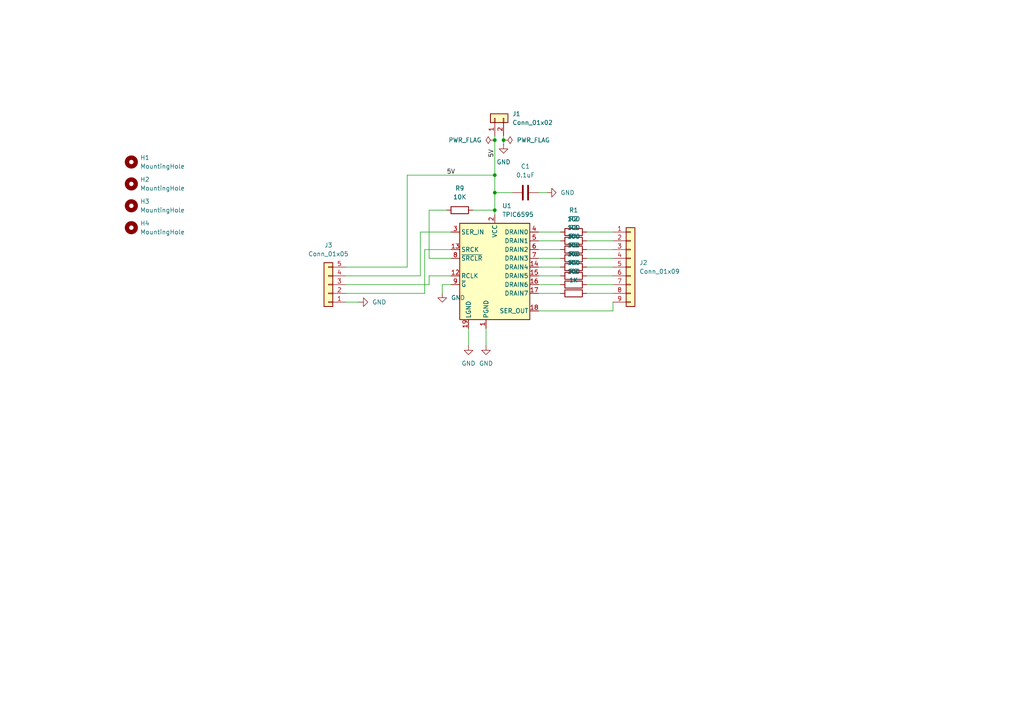
<source format=kicad_sch>
(kicad_sch
	(version 20250114)
	(generator "eeschema")
	(generator_version "9.0")
	(uuid "bb40c1bb-379b-434f-ac8f-a97e920c5ca9")
	(paper "A4")
	(title_block
		(title "TPIC Board")
		(company "Greg")
	)
	(lib_symbols
		(symbol "Connector_Generic:Conn_01x02"
			(pin_names
				(offset 1.016)
				(hide yes)
			)
			(exclude_from_sim no)
			(in_bom yes)
			(on_board yes)
			(property "Reference" "J"
				(at 0 2.54 0)
				(effects
					(font
						(size 1.27 1.27)
					)
				)
			)
			(property "Value" "Conn_01x02"
				(at 0 -5.08 0)
				(effects
					(font
						(size 1.27 1.27)
					)
				)
			)
			(property "Footprint" ""
				(at 0 0 0)
				(effects
					(font
						(size 1.27 1.27)
					)
					(hide yes)
				)
			)
			(property "Datasheet" "~"
				(at 0 0 0)
				(effects
					(font
						(size 1.27 1.27)
					)
					(hide yes)
				)
			)
			(property "Description" "Generic connector, single row, 01x02, script generated (kicad-library-utils/schlib/autogen/connector/)"
				(at 0 0 0)
				(effects
					(font
						(size 1.27 1.27)
					)
					(hide yes)
				)
			)
			(property "ki_keywords" "connector"
				(at 0 0 0)
				(effects
					(font
						(size 1.27 1.27)
					)
					(hide yes)
				)
			)
			(property "ki_fp_filters" "Connector*:*_1x??_*"
				(at 0 0 0)
				(effects
					(font
						(size 1.27 1.27)
					)
					(hide yes)
				)
			)
			(symbol "Conn_01x02_1_1"
				(rectangle
					(start -1.27 1.27)
					(end 1.27 -3.81)
					(stroke
						(width 0.254)
						(type default)
					)
					(fill
						(type background)
					)
				)
				(rectangle
					(start -1.27 0.127)
					(end 0 -0.127)
					(stroke
						(width 0.1524)
						(type default)
					)
					(fill
						(type none)
					)
				)
				(rectangle
					(start -1.27 -2.413)
					(end 0 -2.667)
					(stroke
						(width 0.1524)
						(type default)
					)
					(fill
						(type none)
					)
				)
				(pin passive line
					(at -5.08 0 0)
					(length 3.81)
					(name "Pin_1"
						(effects
							(font
								(size 1.27 1.27)
							)
						)
					)
					(number "1"
						(effects
							(font
								(size 1.27 1.27)
							)
						)
					)
				)
				(pin passive line
					(at -5.08 -2.54 0)
					(length 3.81)
					(name "Pin_2"
						(effects
							(font
								(size 1.27 1.27)
							)
						)
					)
					(number "2"
						(effects
							(font
								(size 1.27 1.27)
							)
						)
					)
				)
			)
			(embedded_fonts no)
		)
		(symbol "Connector_Generic:Conn_01x05"
			(pin_names
				(offset 1.016)
				(hide yes)
			)
			(exclude_from_sim no)
			(in_bom yes)
			(on_board yes)
			(property "Reference" "J"
				(at 0 7.62 0)
				(effects
					(font
						(size 1.27 1.27)
					)
				)
			)
			(property "Value" "Conn_01x05"
				(at 0 -7.62 0)
				(effects
					(font
						(size 1.27 1.27)
					)
				)
			)
			(property "Footprint" ""
				(at 0 0 0)
				(effects
					(font
						(size 1.27 1.27)
					)
					(hide yes)
				)
			)
			(property "Datasheet" "~"
				(at 0 0 0)
				(effects
					(font
						(size 1.27 1.27)
					)
					(hide yes)
				)
			)
			(property "Description" "Generic connector, single row, 01x05, script generated (kicad-library-utils/schlib/autogen/connector/)"
				(at 0 0 0)
				(effects
					(font
						(size 1.27 1.27)
					)
					(hide yes)
				)
			)
			(property "ki_keywords" "connector"
				(at 0 0 0)
				(effects
					(font
						(size 1.27 1.27)
					)
					(hide yes)
				)
			)
			(property "ki_fp_filters" "Connector*:*_1x??_*"
				(at 0 0 0)
				(effects
					(font
						(size 1.27 1.27)
					)
					(hide yes)
				)
			)
			(symbol "Conn_01x05_1_1"
				(rectangle
					(start -1.27 6.35)
					(end 1.27 -6.35)
					(stroke
						(width 0.254)
						(type default)
					)
					(fill
						(type background)
					)
				)
				(rectangle
					(start -1.27 5.207)
					(end 0 4.953)
					(stroke
						(width 0.1524)
						(type default)
					)
					(fill
						(type none)
					)
				)
				(rectangle
					(start -1.27 2.667)
					(end 0 2.413)
					(stroke
						(width 0.1524)
						(type default)
					)
					(fill
						(type none)
					)
				)
				(rectangle
					(start -1.27 0.127)
					(end 0 -0.127)
					(stroke
						(width 0.1524)
						(type default)
					)
					(fill
						(type none)
					)
				)
				(rectangle
					(start -1.27 -2.413)
					(end 0 -2.667)
					(stroke
						(width 0.1524)
						(type default)
					)
					(fill
						(type none)
					)
				)
				(rectangle
					(start -1.27 -4.953)
					(end 0 -5.207)
					(stroke
						(width 0.1524)
						(type default)
					)
					(fill
						(type none)
					)
				)
				(pin passive line
					(at -5.08 5.08 0)
					(length 3.81)
					(name "Pin_1"
						(effects
							(font
								(size 1.27 1.27)
							)
						)
					)
					(number "1"
						(effects
							(font
								(size 1.27 1.27)
							)
						)
					)
				)
				(pin passive line
					(at -5.08 2.54 0)
					(length 3.81)
					(name "Pin_2"
						(effects
							(font
								(size 1.27 1.27)
							)
						)
					)
					(number "2"
						(effects
							(font
								(size 1.27 1.27)
							)
						)
					)
				)
				(pin passive line
					(at -5.08 0 0)
					(length 3.81)
					(name "Pin_3"
						(effects
							(font
								(size 1.27 1.27)
							)
						)
					)
					(number "3"
						(effects
							(font
								(size 1.27 1.27)
							)
						)
					)
				)
				(pin passive line
					(at -5.08 -2.54 0)
					(length 3.81)
					(name "Pin_4"
						(effects
							(font
								(size 1.27 1.27)
							)
						)
					)
					(number "4"
						(effects
							(font
								(size 1.27 1.27)
							)
						)
					)
				)
				(pin passive line
					(at -5.08 -5.08 0)
					(length 3.81)
					(name "Pin_5"
						(effects
							(font
								(size 1.27 1.27)
							)
						)
					)
					(number "5"
						(effects
							(font
								(size 1.27 1.27)
							)
						)
					)
				)
			)
			(embedded_fonts no)
		)
		(symbol "Connector_Generic:Conn_01x09"
			(pin_names
				(offset 1.016)
				(hide yes)
			)
			(exclude_from_sim no)
			(in_bom yes)
			(on_board yes)
			(property "Reference" "J"
				(at 0 12.7 0)
				(effects
					(font
						(size 1.27 1.27)
					)
				)
			)
			(property "Value" "Conn_01x09"
				(at 0 -12.7 0)
				(effects
					(font
						(size 1.27 1.27)
					)
				)
			)
			(property "Footprint" ""
				(at 0 0 0)
				(effects
					(font
						(size 1.27 1.27)
					)
					(hide yes)
				)
			)
			(property "Datasheet" "~"
				(at 0 0 0)
				(effects
					(font
						(size 1.27 1.27)
					)
					(hide yes)
				)
			)
			(property "Description" "Generic connector, single row, 01x09, script generated (kicad-library-utils/schlib/autogen/connector/)"
				(at 0 0 0)
				(effects
					(font
						(size 1.27 1.27)
					)
					(hide yes)
				)
			)
			(property "ki_keywords" "connector"
				(at 0 0 0)
				(effects
					(font
						(size 1.27 1.27)
					)
					(hide yes)
				)
			)
			(property "ki_fp_filters" "Connector*:*_1x??_*"
				(at 0 0 0)
				(effects
					(font
						(size 1.27 1.27)
					)
					(hide yes)
				)
			)
			(symbol "Conn_01x09_1_1"
				(rectangle
					(start -1.27 11.43)
					(end 1.27 -11.43)
					(stroke
						(width 0.254)
						(type default)
					)
					(fill
						(type background)
					)
				)
				(rectangle
					(start -1.27 10.287)
					(end 0 10.033)
					(stroke
						(width 0.1524)
						(type default)
					)
					(fill
						(type none)
					)
				)
				(rectangle
					(start -1.27 7.747)
					(end 0 7.493)
					(stroke
						(width 0.1524)
						(type default)
					)
					(fill
						(type none)
					)
				)
				(rectangle
					(start -1.27 5.207)
					(end 0 4.953)
					(stroke
						(width 0.1524)
						(type default)
					)
					(fill
						(type none)
					)
				)
				(rectangle
					(start -1.27 2.667)
					(end 0 2.413)
					(stroke
						(width 0.1524)
						(type default)
					)
					(fill
						(type none)
					)
				)
				(rectangle
					(start -1.27 0.127)
					(end 0 -0.127)
					(stroke
						(width 0.1524)
						(type default)
					)
					(fill
						(type none)
					)
				)
				(rectangle
					(start -1.27 -2.413)
					(end 0 -2.667)
					(stroke
						(width 0.1524)
						(type default)
					)
					(fill
						(type none)
					)
				)
				(rectangle
					(start -1.27 -4.953)
					(end 0 -5.207)
					(stroke
						(width 0.1524)
						(type default)
					)
					(fill
						(type none)
					)
				)
				(rectangle
					(start -1.27 -7.493)
					(end 0 -7.747)
					(stroke
						(width 0.1524)
						(type default)
					)
					(fill
						(type none)
					)
				)
				(rectangle
					(start -1.27 -10.033)
					(end 0 -10.287)
					(stroke
						(width 0.1524)
						(type default)
					)
					(fill
						(type none)
					)
				)
				(pin passive line
					(at -5.08 10.16 0)
					(length 3.81)
					(name "Pin_1"
						(effects
							(font
								(size 1.27 1.27)
							)
						)
					)
					(number "1"
						(effects
							(font
								(size 1.27 1.27)
							)
						)
					)
				)
				(pin passive line
					(at -5.08 7.62 0)
					(length 3.81)
					(name "Pin_2"
						(effects
							(font
								(size 1.27 1.27)
							)
						)
					)
					(number "2"
						(effects
							(font
								(size 1.27 1.27)
							)
						)
					)
				)
				(pin passive line
					(at -5.08 5.08 0)
					(length 3.81)
					(name "Pin_3"
						(effects
							(font
								(size 1.27 1.27)
							)
						)
					)
					(number "3"
						(effects
							(font
								(size 1.27 1.27)
							)
						)
					)
				)
				(pin passive line
					(at -5.08 2.54 0)
					(length 3.81)
					(name "Pin_4"
						(effects
							(font
								(size 1.27 1.27)
							)
						)
					)
					(number "4"
						(effects
							(font
								(size 1.27 1.27)
							)
						)
					)
				)
				(pin passive line
					(at -5.08 0 0)
					(length 3.81)
					(name "Pin_5"
						(effects
							(font
								(size 1.27 1.27)
							)
						)
					)
					(number "5"
						(effects
							(font
								(size 1.27 1.27)
							)
						)
					)
				)
				(pin passive line
					(at -5.08 -2.54 0)
					(length 3.81)
					(name "Pin_6"
						(effects
							(font
								(size 1.27 1.27)
							)
						)
					)
					(number "6"
						(effects
							(font
								(size 1.27 1.27)
							)
						)
					)
				)
				(pin passive line
					(at -5.08 -5.08 0)
					(length 3.81)
					(name "Pin_7"
						(effects
							(font
								(size 1.27 1.27)
							)
						)
					)
					(number "7"
						(effects
							(font
								(size 1.27 1.27)
							)
						)
					)
				)
				(pin passive line
					(at -5.08 -7.62 0)
					(length 3.81)
					(name "Pin_8"
						(effects
							(font
								(size 1.27 1.27)
							)
						)
					)
					(number "8"
						(effects
							(font
								(size 1.27 1.27)
							)
						)
					)
				)
				(pin passive line
					(at -5.08 -10.16 0)
					(length 3.81)
					(name "Pin_9"
						(effects
							(font
								(size 1.27 1.27)
							)
						)
					)
					(number "9"
						(effects
							(font
								(size 1.27 1.27)
							)
						)
					)
				)
			)
			(embedded_fonts no)
		)
		(symbol "Device:C"
			(pin_numbers
				(hide yes)
			)
			(pin_names
				(offset 0.254)
			)
			(exclude_from_sim no)
			(in_bom yes)
			(on_board yes)
			(property "Reference" "C"
				(at 0.635 2.54 0)
				(effects
					(font
						(size 1.27 1.27)
					)
					(justify left)
				)
			)
			(property "Value" "C"
				(at 0.635 -2.54 0)
				(effects
					(font
						(size 1.27 1.27)
					)
					(justify left)
				)
			)
			(property "Footprint" ""
				(at 0.9652 -3.81 0)
				(effects
					(font
						(size 1.27 1.27)
					)
					(hide yes)
				)
			)
			(property "Datasheet" "~"
				(at 0 0 0)
				(effects
					(font
						(size 1.27 1.27)
					)
					(hide yes)
				)
			)
			(property "Description" "Unpolarized capacitor"
				(at 0 0 0)
				(effects
					(font
						(size 1.27 1.27)
					)
					(hide yes)
				)
			)
			(property "ki_keywords" "cap capacitor"
				(at 0 0 0)
				(effects
					(font
						(size 1.27 1.27)
					)
					(hide yes)
				)
			)
			(property "ki_fp_filters" "C_*"
				(at 0 0 0)
				(effects
					(font
						(size 1.27 1.27)
					)
					(hide yes)
				)
			)
			(symbol "C_0_1"
				(polyline
					(pts
						(xy -2.032 0.762) (xy 2.032 0.762)
					)
					(stroke
						(width 0.508)
						(type default)
					)
					(fill
						(type none)
					)
				)
				(polyline
					(pts
						(xy -2.032 -0.762) (xy 2.032 -0.762)
					)
					(stroke
						(width 0.508)
						(type default)
					)
					(fill
						(type none)
					)
				)
			)
			(symbol "C_1_1"
				(pin passive line
					(at 0 3.81 270)
					(length 2.794)
					(name "~"
						(effects
							(font
								(size 1.27 1.27)
							)
						)
					)
					(number "1"
						(effects
							(font
								(size 1.27 1.27)
							)
						)
					)
				)
				(pin passive line
					(at 0 -3.81 90)
					(length 2.794)
					(name "~"
						(effects
							(font
								(size 1.27 1.27)
							)
						)
					)
					(number "2"
						(effects
							(font
								(size 1.27 1.27)
							)
						)
					)
				)
			)
			(embedded_fonts no)
		)
		(symbol "Device:R"
			(pin_numbers
				(hide yes)
			)
			(pin_names
				(offset 0)
			)
			(exclude_from_sim no)
			(in_bom yes)
			(on_board yes)
			(property "Reference" "R"
				(at 2.032 0 90)
				(effects
					(font
						(size 1.27 1.27)
					)
				)
			)
			(property "Value" "R"
				(at 0 0 90)
				(effects
					(font
						(size 1.27 1.27)
					)
				)
			)
			(property "Footprint" ""
				(at -1.778 0 90)
				(effects
					(font
						(size 1.27 1.27)
					)
					(hide yes)
				)
			)
			(property "Datasheet" "~"
				(at 0 0 0)
				(effects
					(font
						(size 1.27 1.27)
					)
					(hide yes)
				)
			)
			(property "Description" "Resistor"
				(at 0 0 0)
				(effects
					(font
						(size 1.27 1.27)
					)
					(hide yes)
				)
			)
			(property "ki_keywords" "R res resistor"
				(at 0 0 0)
				(effects
					(font
						(size 1.27 1.27)
					)
					(hide yes)
				)
			)
			(property "ki_fp_filters" "R_*"
				(at 0 0 0)
				(effects
					(font
						(size 1.27 1.27)
					)
					(hide yes)
				)
			)
			(symbol "R_0_1"
				(rectangle
					(start -1.016 -2.54)
					(end 1.016 2.54)
					(stroke
						(width 0.254)
						(type default)
					)
					(fill
						(type none)
					)
				)
			)
			(symbol "R_1_1"
				(pin passive line
					(at 0 3.81 270)
					(length 1.27)
					(name "~"
						(effects
							(font
								(size 1.27 1.27)
							)
						)
					)
					(number "1"
						(effects
							(font
								(size 1.27 1.27)
							)
						)
					)
				)
				(pin passive line
					(at 0 -3.81 90)
					(length 1.27)
					(name "~"
						(effects
							(font
								(size 1.27 1.27)
							)
						)
					)
					(number "2"
						(effects
							(font
								(size 1.27 1.27)
							)
						)
					)
				)
			)
			(embedded_fonts no)
		)
		(symbol "Interface_Expansion:TPIC6595"
			(pin_names
				(offset 0.381)
			)
			(exclude_from_sim no)
			(in_bom yes)
			(on_board yes)
			(property "Reference" "U"
				(at -8.89 13.97 0)
				(effects
					(font
						(size 1.27 1.27)
					)
				)
			)
			(property "Value" "TPIC6595"
				(at 6.35 13.97 0)
				(effects
					(font
						(size 1.27 1.27)
					)
				)
			)
			(property "Footprint" ""
				(at 16.51 -16.51 0)
				(effects
					(font
						(size 1.27 1.27)
					)
					(hide yes)
				)
			)
			(property "Datasheet" "http://www.ti.com/lit/ds/symlink/tpic6595.pdf"
				(at 0 -1.27 0)
				(effects
					(font
						(size 1.27 1.27)
					)
					(hide yes)
				)
			)
			(property "Description" "Power Logic 8-bit Shift Register, DIP-8/SOIC-8"
				(at 0 0 0)
				(effects
					(font
						(size 1.27 1.27)
					)
					(hide yes)
				)
			)
			(property "ki_keywords" "shift register 8bit"
				(at 0 0 0)
				(effects
					(font
						(size 1.27 1.27)
					)
					(hide yes)
				)
			)
			(property "ki_fp_filters" "SOIC*7.5x12.8mm*P1.27mm* DIP*W7.62mm*"
				(at 0 0 0)
				(effects
					(font
						(size 1.27 1.27)
					)
					(hide yes)
				)
			)
			(symbol "TPIC6595_0_1"
				(rectangle
					(start -10.16 12.7)
					(end 10.16 -15.24)
					(stroke
						(width 0.254)
						(type default)
					)
					(fill
						(type background)
					)
				)
			)
			(symbol "TPIC6595_1_1"
				(pin input line
					(at -12.7 10.16 0)
					(length 2.54)
					(name "SER_IN"
						(effects
							(font
								(size 1.27 1.27)
							)
						)
					)
					(number "3"
						(effects
							(font
								(size 1.27 1.27)
							)
						)
					)
				)
				(pin input line
					(at -12.7 5.08 0)
					(length 2.54)
					(name "SRCK"
						(effects
							(font
								(size 1.27 1.27)
							)
						)
					)
					(number "13"
						(effects
							(font
								(size 1.27 1.27)
							)
						)
					)
				)
				(pin input line
					(at -12.7 2.54 0)
					(length 2.54)
					(name "~{SRCLR}"
						(effects
							(font
								(size 1.27 1.27)
							)
						)
					)
					(number "8"
						(effects
							(font
								(size 1.27 1.27)
							)
						)
					)
				)
				(pin input line
					(at -12.7 -2.54 0)
					(length 2.54)
					(name "RCLK"
						(effects
							(font
								(size 1.27 1.27)
							)
						)
					)
					(number "12"
						(effects
							(font
								(size 1.27 1.27)
							)
						)
					)
				)
				(pin input line
					(at -12.7 -5.08 0)
					(length 2.54)
					(name "~{G}"
						(effects
							(font
								(size 1.27 1.27)
							)
						)
					)
					(number "9"
						(effects
							(font
								(size 1.27 1.27)
							)
						)
					)
				)
				(pin power_in line
					(at -7.62 -17.78 90)
					(length 2.54)
					(name "LGND"
						(effects
							(font
								(size 1.27 1.27)
							)
						)
					)
					(number "19"
						(effects
							(font
								(size 1.27 1.27)
							)
						)
					)
				)
				(pin power_in line
					(at -2.54 -17.78 90)
					(length 2.54)
					(name "PGND"
						(effects
							(font
								(size 1.27 1.27)
							)
						)
					)
					(number "1"
						(effects
							(font
								(size 1.27 1.27)
							)
						)
					)
				)
				(pin passive line
					(at -2.54 -17.78 90)
					(length 2.54)
					(hide yes)
					(name "PGND"
						(effects
							(font
								(size 1.27 1.27)
							)
						)
					)
					(number "10"
						(effects
							(font
								(size 1.27 1.27)
							)
						)
					)
				)
				(pin passive line
					(at -2.54 -17.78 90)
					(length 2.54)
					(hide yes)
					(name "PGND"
						(effects
							(font
								(size 1.27 1.27)
							)
						)
					)
					(number "11"
						(effects
							(font
								(size 1.27 1.27)
							)
						)
					)
				)
				(pin passive line
					(at -2.54 -17.78 90)
					(length 2.54)
					(hide yes)
					(name "PGND"
						(effects
							(font
								(size 1.27 1.27)
							)
						)
					)
					(number "20"
						(effects
							(font
								(size 1.27 1.27)
							)
						)
					)
				)
				(pin power_in line
					(at 0 15.24 270)
					(length 2.54)
					(name "VCC"
						(effects
							(font
								(size 1.27 1.27)
							)
						)
					)
					(number "2"
						(effects
							(font
								(size 1.27 1.27)
							)
						)
					)
				)
				(pin open_collector line
					(at 12.7 10.16 180)
					(length 2.54)
					(name "DRAIN0"
						(effects
							(font
								(size 1.27 1.27)
							)
						)
					)
					(number "4"
						(effects
							(font
								(size 1.27 1.27)
							)
						)
					)
				)
				(pin open_collector line
					(at 12.7 7.62 180)
					(length 2.54)
					(name "DRAIN1"
						(effects
							(font
								(size 1.27 1.27)
							)
						)
					)
					(number "5"
						(effects
							(font
								(size 1.27 1.27)
							)
						)
					)
				)
				(pin open_collector line
					(at 12.7 5.08 180)
					(length 2.54)
					(name "DRAIN2"
						(effects
							(font
								(size 1.27 1.27)
							)
						)
					)
					(number "6"
						(effects
							(font
								(size 1.27 1.27)
							)
						)
					)
				)
				(pin open_collector line
					(at 12.7 2.54 180)
					(length 2.54)
					(name "DRAIN3"
						(effects
							(font
								(size 1.27 1.27)
							)
						)
					)
					(number "7"
						(effects
							(font
								(size 1.27 1.27)
							)
						)
					)
				)
				(pin open_collector line
					(at 12.7 0 180)
					(length 2.54)
					(name "DRAIN4"
						(effects
							(font
								(size 1.27 1.27)
							)
						)
					)
					(number "14"
						(effects
							(font
								(size 1.27 1.27)
							)
						)
					)
				)
				(pin open_collector line
					(at 12.7 -2.54 180)
					(length 2.54)
					(name "DRAIN5"
						(effects
							(font
								(size 1.27 1.27)
							)
						)
					)
					(number "15"
						(effects
							(font
								(size 1.27 1.27)
							)
						)
					)
				)
				(pin open_collector line
					(at 12.7 -5.08 180)
					(length 2.54)
					(name "DRAIN6"
						(effects
							(font
								(size 1.27 1.27)
							)
						)
					)
					(number "16"
						(effects
							(font
								(size 1.27 1.27)
							)
						)
					)
				)
				(pin open_collector line
					(at 12.7 -7.62 180)
					(length 2.54)
					(name "DRAIN7"
						(effects
							(font
								(size 1.27 1.27)
							)
						)
					)
					(number "17"
						(effects
							(font
								(size 1.27 1.27)
							)
						)
					)
				)
				(pin output line
					(at 12.7 -12.7 180)
					(length 2.54)
					(name "SER_OUT"
						(effects
							(font
								(size 1.27 1.27)
							)
						)
					)
					(number "18"
						(effects
							(font
								(size 1.27 1.27)
							)
						)
					)
				)
			)
			(embedded_fonts no)
		)
		(symbol "Mechanical:MountingHole"
			(pin_names
				(offset 1.016)
			)
			(exclude_from_sim no)
			(in_bom no)
			(on_board yes)
			(property "Reference" "H"
				(at 0 5.08 0)
				(effects
					(font
						(size 1.27 1.27)
					)
				)
			)
			(property "Value" "MountingHole"
				(at 0 3.175 0)
				(effects
					(font
						(size 1.27 1.27)
					)
				)
			)
			(property "Footprint" ""
				(at 0 0 0)
				(effects
					(font
						(size 1.27 1.27)
					)
					(hide yes)
				)
			)
			(property "Datasheet" "~"
				(at 0 0 0)
				(effects
					(font
						(size 1.27 1.27)
					)
					(hide yes)
				)
			)
			(property "Description" "Mounting Hole without connection"
				(at 0 0 0)
				(effects
					(font
						(size 1.27 1.27)
					)
					(hide yes)
				)
			)
			(property "ki_keywords" "mounting hole"
				(at 0 0 0)
				(effects
					(font
						(size 1.27 1.27)
					)
					(hide yes)
				)
			)
			(property "ki_fp_filters" "MountingHole*"
				(at 0 0 0)
				(effects
					(font
						(size 1.27 1.27)
					)
					(hide yes)
				)
			)
			(symbol "MountingHole_0_1"
				(circle
					(center 0 0)
					(radius 1.27)
					(stroke
						(width 1.27)
						(type default)
					)
					(fill
						(type none)
					)
				)
			)
			(embedded_fonts no)
		)
		(symbol "power:GND"
			(power)
			(pin_numbers
				(hide yes)
			)
			(pin_names
				(offset 0)
				(hide yes)
			)
			(exclude_from_sim no)
			(in_bom yes)
			(on_board yes)
			(property "Reference" "#PWR"
				(at 0 -6.35 0)
				(effects
					(font
						(size 1.27 1.27)
					)
					(hide yes)
				)
			)
			(property "Value" "GND"
				(at 0 -3.81 0)
				(effects
					(font
						(size 1.27 1.27)
					)
				)
			)
			(property "Footprint" ""
				(at 0 0 0)
				(effects
					(font
						(size 1.27 1.27)
					)
					(hide yes)
				)
			)
			(property "Datasheet" ""
				(at 0 0 0)
				(effects
					(font
						(size 1.27 1.27)
					)
					(hide yes)
				)
			)
			(property "Description" "Power symbol creates a global label with name \"GND\" , ground"
				(at 0 0 0)
				(effects
					(font
						(size 1.27 1.27)
					)
					(hide yes)
				)
			)
			(property "ki_keywords" "global power"
				(at 0 0 0)
				(effects
					(font
						(size 1.27 1.27)
					)
					(hide yes)
				)
			)
			(symbol "GND_0_1"
				(polyline
					(pts
						(xy 0 0) (xy 0 -1.27) (xy 1.27 -1.27) (xy 0 -2.54) (xy -1.27 -1.27) (xy 0 -1.27)
					)
					(stroke
						(width 0)
						(type default)
					)
					(fill
						(type none)
					)
				)
			)
			(symbol "GND_1_1"
				(pin power_in line
					(at 0 0 270)
					(length 0)
					(name "~"
						(effects
							(font
								(size 1.27 1.27)
							)
						)
					)
					(number "1"
						(effects
							(font
								(size 1.27 1.27)
							)
						)
					)
				)
			)
			(embedded_fonts no)
		)
		(symbol "power:PWR_FLAG"
			(power)
			(pin_numbers
				(hide yes)
			)
			(pin_names
				(offset 0)
				(hide yes)
			)
			(exclude_from_sim no)
			(in_bom yes)
			(on_board yes)
			(property "Reference" "#FLG"
				(at 0 1.905 0)
				(effects
					(font
						(size 1.27 1.27)
					)
					(hide yes)
				)
			)
			(property "Value" "PWR_FLAG"
				(at 0 3.81 0)
				(effects
					(font
						(size 1.27 1.27)
					)
				)
			)
			(property "Footprint" ""
				(at 0 0 0)
				(effects
					(font
						(size 1.27 1.27)
					)
					(hide yes)
				)
			)
			(property "Datasheet" "~"
				(at 0 0 0)
				(effects
					(font
						(size 1.27 1.27)
					)
					(hide yes)
				)
			)
			(property "Description" "Special symbol for telling ERC where power comes from"
				(at 0 0 0)
				(effects
					(font
						(size 1.27 1.27)
					)
					(hide yes)
				)
			)
			(property "ki_keywords" "flag power"
				(at 0 0 0)
				(effects
					(font
						(size 1.27 1.27)
					)
					(hide yes)
				)
			)
			(symbol "PWR_FLAG_0_0"
				(pin power_out line
					(at 0 0 90)
					(length 0)
					(name "~"
						(effects
							(font
								(size 1.27 1.27)
							)
						)
					)
					(number "1"
						(effects
							(font
								(size 1.27 1.27)
							)
						)
					)
				)
			)
			(symbol "PWR_FLAG_0_1"
				(polyline
					(pts
						(xy 0 0) (xy 0 1.27) (xy -1.016 1.905) (xy 0 2.54) (xy 1.016 1.905) (xy 0 1.27)
					)
					(stroke
						(width 0)
						(type default)
					)
					(fill
						(type none)
					)
				)
			)
			(embedded_fonts no)
		)
	)
	(junction
		(at 146.05 40.64)
		(diameter 0)
		(color 0 0 0 0)
		(uuid "5c6269b3-329f-463c-a2ad-f81e82288665")
	)
	(junction
		(at 143.51 50.8)
		(diameter 0)
		(color 0 0 0 0)
		(uuid "6d80939a-fdc6-462a-9c0b-18d3776d1971")
	)
	(junction
		(at 143.51 40.64)
		(diameter 0)
		(color 0 0 0 0)
		(uuid "dab330a5-4274-41e0-9bf8-86a8f0a2f46f")
	)
	(junction
		(at 143.51 60.96)
		(diameter 0)
		(color 0 0 0 0)
		(uuid "e3608fb5-36b9-48c0-9d9f-f955ab280a28")
	)
	(junction
		(at 143.51 55.88)
		(diameter 0)
		(color 0 0 0 0)
		(uuid "f2f2ed77-720f-448e-9e2a-bd82d4ec9ac7")
	)
	(wire
		(pts
			(xy 156.21 74.93) (xy 162.56 74.93)
		)
		(stroke
			(width 0)
			(type default)
		)
		(uuid "068372c0-4955-452c-89ba-ffca7df7f208")
	)
	(wire
		(pts
			(xy 124.46 60.96) (xy 124.46 74.93)
		)
		(stroke
			(width 0)
			(type default)
		)
		(uuid "0cd9e9fd-0eea-4473-a09e-981e45512c2e")
	)
	(wire
		(pts
			(xy 135.89 95.25) (xy 135.89 100.33)
		)
		(stroke
			(width 0)
			(type default)
		)
		(uuid "14167f01-15bd-4636-8376-4ebcea48fa9e")
	)
	(wire
		(pts
			(xy 100.33 87.63) (xy 104.14 87.63)
		)
		(stroke
			(width 0)
			(type default)
		)
		(uuid "19e60e63-6aff-4933-a053-6bcebf5aa7bb")
	)
	(wire
		(pts
			(xy 156.21 72.39) (xy 162.56 72.39)
		)
		(stroke
			(width 0)
			(type default)
		)
		(uuid "26a03e01-cf1c-4d84-9b05-944fb8d88584")
	)
	(wire
		(pts
			(xy 121.92 67.31) (xy 130.81 67.31)
		)
		(stroke
			(width 0)
			(type default)
		)
		(uuid "2ceab36f-8582-4ac8-b41e-92eff8a426bb")
	)
	(wire
		(pts
			(xy 156.21 55.88) (xy 158.75 55.88)
		)
		(stroke
			(width 0)
			(type default)
		)
		(uuid "356bf486-6ac7-4a8b-8928-0a1a4a564315")
	)
	(wire
		(pts
			(xy 170.18 82.55) (xy 177.8 82.55)
		)
		(stroke
			(width 0)
			(type default)
		)
		(uuid "372c78d3-6702-4a42-9884-4af5d4b9096d")
	)
	(wire
		(pts
			(xy 177.8 90.17) (xy 177.8 87.63)
		)
		(stroke
			(width 0)
			(type default)
		)
		(uuid "39bf21aa-19cb-4967-8d55-265e6cbf8507")
	)
	(wire
		(pts
			(xy 123.19 72.39) (xy 123.19 85.09)
		)
		(stroke
			(width 0)
			(type default)
		)
		(uuid "3c0c219e-d3bf-4080-b964-0913064c0f0e")
	)
	(wire
		(pts
			(xy 156.21 77.47) (xy 162.56 77.47)
		)
		(stroke
			(width 0)
			(type default)
		)
		(uuid "4383a369-b7e0-4c32-b27b-55f6eba18346")
	)
	(wire
		(pts
			(xy 170.18 74.93) (xy 177.8 74.93)
		)
		(stroke
			(width 0)
			(type default)
		)
		(uuid "4653c198-cb76-4989-8ddb-23e418feb092")
	)
	(wire
		(pts
			(xy 128.27 85.09) (xy 128.27 82.55)
		)
		(stroke
			(width 0)
			(type default)
		)
		(uuid "4b8377bf-d16f-49cd-b409-8d240508aee4")
	)
	(wire
		(pts
			(xy 143.51 39.37) (xy 143.51 40.64)
		)
		(stroke
			(width 0)
			(type default)
		)
		(uuid "50c033a6-30df-46c0-8ee3-17ea69668a12")
	)
	(wire
		(pts
			(xy 143.51 40.64) (xy 143.51 50.8)
		)
		(stroke
			(width 0)
			(type default)
		)
		(uuid "53022ce0-701d-4fbd-b3f8-7be36eacc435")
	)
	(wire
		(pts
			(xy 140.97 95.25) (xy 140.97 100.33)
		)
		(stroke
			(width 0)
			(type default)
		)
		(uuid "53cd7136-6ec6-4f2d-a2cf-de7c04ff10ee")
	)
	(wire
		(pts
			(xy 146.05 41.91) (xy 146.05 40.64)
		)
		(stroke
			(width 0)
			(type default)
		)
		(uuid "5489f490-f8b0-410a-a6f2-198666a00e81")
	)
	(wire
		(pts
			(xy 123.19 85.09) (xy 100.33 85.09)
		)
		(stroke
			(width 0)
			(type default)
		)
		(uuid "5491b7c7-cdd8-4024-963c-5ae199ba9c1c")
	)
	(wire
		(pts
			(xy 156.21 67.31) (xy 162.56 67.31)
		)
		(stroke
			(width 0)
			(type default)
		)
		(uuid "5aabe8e2-d638-46be-b7f4-8b5904ce769d")
	)
	(wire
		(pts
			(xy 156.21 82.55) (xy 162.56 82.55)
		)
		(stroke
			(width 0)
			(type default)
		)
		(uuid "5e62dfba-1d34-41ef-86fb-2d8e193b54c1")
	)
	(wire
		(pts
			(xy 170.18 72.39) (xy 177.8 72.39)
		)
		(stroke
			(width 0)
			(type default)
		)
		(uuid "61fd0806-1a01-48d3-942a-97edd365d3cf")
	)
	(wire
		(pts
			(xy 143.51 50.8) (xy 143.51 55.88)
		)
		(stroke
			(width 0)
			(type default)
		)
		(uuid "6918c318-daad-4df4-ab6d-400bfac394d4")
	)
	(wire
		(pts
			(xy 100.33 80.01) (xy 121.92 80.01)
		)
		(stroke
			(width 0)
			(type default)
		)
		(uuid "6c3b2438-8972-4d5c-8283-d056bb4c88cd")
	)
	(wire
		(pts
			(xy 156.21 90.17) (xy 177.8 90.17)
		)
		(stroke
			(width 0)
			(type default)
		)
		(uuid "70e7061a-1722-4c6d-ac64-7fefca9a07f7")
	)
	(wire
		(pts
			(xy 124.46 82.55) (xy 100.33 82.55)
		)
		(stroke
			(width 0)
			(type default)
		)
		(uuid "8117ac9d-ca68-4280-99f4-f374dcf969e4")
	)
	(wire
		(pts
			(xy 128.27 82.55) (xy 130.81 82.55)
		)
		(stroke
			(width 0)
			(type default)
		)
		(uuid "81fb3533-7e55-4560-b9af-127d1154afce")
	)
	(wire
		(pts
			(xy 137.16 60.96) (xy 143.51 60.96)
		)
		(stroke
			(width 0)
			(type default)
		)
		(uuid "82c37394-8a12-429c-a3b4-05bd568174a4")
	)
	(wire
		(pts
			(xy 100.33 77.47) (xy 118.11 77.47)
		)
		(stroke
			(width 0)
			(type default)
		)
		(uuid "88a0678a-e006-4c34-8d25-96cf6bb83e76")
	)
	(wire
		(pts
			(xy 156.21 85.09) (xy 162.56 85.09)
		)
		(stroke
			(width 0)
			(type default)
		)
		(uuid "8e2e3ac2-3463-4861-ab93-83f90f048067")
	)
	(wire
		(pts
			(xy 143.51 60.96) (xy 143.51 62.23)
		)
		(stroke
			(width 0)
			(type default)
		)
		(uuid "9432f1c5-4085-40f5-ad04-b9593940f997")
	)
	(wire
		(pts
			(xy 118.11 77.47) (xy 118.11 50.8)
		)
		(stroke
			(width 0)
			(type default)
		)
		(uuid "9769a68e-83b2-4c68-b971-40119e432319")
	)
	(wire
		(pts
			(xy 156.21 69.85) (xy 162.56 69.85)
		)
		(stroke
			(width 0)
			(type default)
		)
		(uuid "a22856a7-eeb2-44a7-b3e8-5e8903c9c001")
	)
	(wire
		(pts
			(xy 124.46 80.01) (xy 124.46 82.55)
		)
		(stroke
			(width 0)
			(type default)
		)
		(uuid "aa439ee8-ff34-4fbc-9232-b895ab8431f9")
	)
	(wire
		(pts
			(xy 143.51 55.88) (xy 143.51 60.96)
		)
		(stroke
			(width 0)
			(type default)
		)
		(uuid "bcd72bd4-660a-4612-8475-788b081293c7")
	)
	(wire
		(pts
			(xy 146.05 40.64) (xy 146.05 39.37)
		)
		(stroke
			(width 0)
			(type default)
		)
		(uuid "c4a62275-8201-42cd-a46b-49248cbc4aeb")
	)
	(wire
		(pts
			(xy 170.18 80.01) (xy 177.8 80.01)
		)
		(stroke
			(width 0)
			(type default)
		)
		(uuid "cb0a81bd-7231-425a-bb96-b80b8c9355ff")
	)
	(wire
		(pts
			(xy 118.11 50.8) (xy 143.51 50.8)
		)
		(stroke
			(width 0)
			(type default)
		)
		(uuid "cf671235-ae7d-4b28-b2c4-548d4830f9af")
	)
	(wire
		(pts
			(xy 170.18 67.31) (xy 177.8 67.31)
		)
		(stroke
			(width 0)
			(type default)
		)
		(uuid "d0a6fe0f-63b4-4f52-9678-5a9aaf1b78cc")
	)
	(wire
		(pts
			(xy 143.51 55.88) (xy 148.59 55.88)
		)
		(stroke
			(width 0)
			(type default)
		)
		(uuid "d29cb920-536a-451f-9b0c-03ea0014ce4f")
	)
	(wire
		(pts
			(xy 156.21 80.01) (xy 162.56 80.01)
		)
		(stroke
			(width 0)
			(type default)
		)
		(uuid "dbe8aae6-4313-4a18-96d8-5e787a016863")
	)
	(wire
		(pts
			(xy 170.18 77.47) (xy 177.8 77.47)
		)
		(stroke
			(width 0)
			(type default)
		)
		(uuid "e0bb4f58-3a3a-42b0-a6a6-e714273deab9")
	)
	(wire
		(pts
			(xy 124.46 60.96) (xy 129.54 60.96)
		)
		(stroke
			(width 0)
			(type default)
		)
		(uuid "e344f685-c814-4904-9275-631063c815d9")
	)
	(wire
		(pts
			(xy 124.46 74.93) (xy 130.81 74.93)
		)
		(stroke
			(width 0)
			(type default)
		)
		(uuid "e720daf2-e86a-4e67-ac02-c02bc4b9e50b")
	)
	(wire
		(pts
			(xy 123.19 72.39) (xy 130.81 72.39)
		)
		(stroke
			(width 0)
			(type default)
		)
		(uuid "ea717920-637a-477c-8850-8b71284a0548")
	)
	(wire
		(pts
			(xy 170.18 69.85) (xy 177.8 69.85)
		)
		(stroke
			(width 0)
			(type default)
		)
		(uuid "eb4447e9-f15c-4290-875a-742753cb74dd")
	)
	(wire
		(pts
			(xy 170.18 85.09) (xy 177.8 85.09)
		)
		(stroke
			(width 0)
			(type default)
		)
		(uuid "ebf9c103-a654-4961-8523-ab04429594af")
	)
	(wire
		(pts
			(xy 121.92 80.01) (xy 121.92 67.31)
		)
		(stroke
			(width 0)
			(type default)
		)
		(uuid "f6fc202d-63e2-4a88-a373-484c77552083")
	)
	(wire
		(pts
			(xy 124.46 80.01) (xy 130.81 80.01)
		)
		(stroke
			(width 0)
			(type default)
		)
		(uuid "f82649f9-655d-4570-bcb7-e66a4266a86c")
	)
	(label "5V"
		(at 143.51 45.72 90)
		(effects
			(font
				(size 1.27 1.27)
			)
			(justify left bottom)
		)
		(uuid "9a21191f-af81-4349-a048-8b41eac7111a")
	)
	(label "5V"
		(at 129.54 50.8 0)
		(effects
			(font
				(size 1.27 1.27)
			)
			(justify left bottom)
		)
		(uuid "d51285c1-3170-4d4c-9518-2acfd5fb4aff")
	)
	(symbol
		(lib_id "Connector_Generic:Conn_01x02")
		(at 143.51 34.29 90)
		(unit 1)
		(exclude_from_sim no)
		(in_bom yes)
		(on_board yes)
		(dnp no)
		(fields_autoplaced yes)
		(uuid "0ba23749-0cd6-4905-bb27-7787aea31f4a")
		(property "Reference" "J1"
			(at 148.59 33.0199 90)
			(effects
				(font
					(size 1.27 1.27)
				)
				(justify right)
			)
		)
		(property "Value" "Conn_01x02"
			(at 148.59 35.5599 90)
			(effects
				(font
					(size 1.27 1.27)
				)
				(justify right)
			)
		)
		(property "Footprint" "Connector_JST:JST_EH_B2B-EH-A_1x02_P2.50mm_Vertical"
			(at 143.51 34.29 0)
			(effects
				(font
					(size 1.27 1.27)
				)
				(hide yes)
			)
		)
		(property "Datasheet" "~"
			(at 143.51 34.29 0)
			(effects
				(font
					(size 1.27 1.27)
				)
				(hide yes)
			)
		)
		(property "Description" "Generic connector, single row, 01x02, script generated (kicad-library-utils/schlib/autogen/connector/)"
			(at 143.51 34.29 0)
			(effects
				(font
					(size 1.27 1.27)
				)
				(hide yes)
			)
		)
		(pin "1"
			(uuid "df5ae94e-19d7-4cea-9b21-23a1f5b08c93")
		)
		(pin "2"
			(uuid "6795bb07-2af3-4efe-bcdf-7ca0f1d1328a")
		)
		(instances
			(project ""
				(path "/bb40c1bb-379b-434f-ac8f-a97e920c5ca9"
					(reference "J1")
					(unit 1)
				)
			)
		)
	)
	(symbol
		(lib_id "Mechanical:MountingHole")
		(at 38.1 66.04 0)
		(unit 1)
		(exclude_from_sim no)
		(in_bom no)
		(on_board yes)
		(dnp no)
		(fields_autoplaced yes)
		(uuid "14db2ba6-8eb3-4ee1-9b6c-49f9126a1f14")
		(property "Reference" "H4"
			(at 40.64 64.7699 0)
			(effects
				(font
					(size 1.27 1.27)
				)
				(justify left)
			)
		)
		(property "Value" "MountingHole"
			(at 40.64 67.3099 0)
			(effects
				(font
					(size 1.27 1.27)
				)
				(justify left)
			)
		)
		(property "Footprint" "MountingHole:MountingHole_2.2mm_M2"
			(at 38.1 66.04 0)
			(effects
				(font
					(size 1.27 1.27)
				)
				(hide yes)
			)
		)
		(property "Datasheet" "~"
			(at 38.1 66.04 0)
			(effects
				(font
					(size 1.27 1.27)
				)
				(hide yes)
			)
		)
		(property "Description" "Mounting Hole without connection"
			(at 38.1 66.04 0)
			(effects
				(font
					(size 1.27 1.27)
				)
				(hide yes)
			)
		)
		(instances
			(project "TPIC_Breakout"
				(path "/bb40c1bb-379b-434f-ac8f-a97e920c5ca9"
					(reference "H4")
					(unit 1)
				)
			)
		)
	)
	(symbol
		(lib_id "Device:R")
		(at 166.37 85.09 90)
		(unit 1)
		(exclude_from_sim no)
		(in_bom yes)
		(on_board yes)
		(dnp no)
		(fields_autoplaced yes)
		(uuid "18a98fad-058f-467f-94d8-65be4e2c1cc7")
		(property "Reference" "R8"
			(at 166.37 78.74 90)
			(effects
				(font
					(size 1.27 1.27)
				)
			)
		)
		(property "Value" "1K"
			(at 166.37 81.28 90)
			(effects
				(font
					(size 1.27 1.27)
				)
			)
		)
		(property "Footprint" "Resistor_SMD:R_1206_3216Metric_Pad1.30x1.75mm_HandSolder"
			(at 166.37 86.868 90)
			(effects
				(font
					(size 1.27 1.27)
				)
				(hide yes)
			)
		)
		(property "Datasheet" "~"
			(at 166.37 85.09 0)
			(effects
				(font
					(size 1.27 1.27)
				)
				(hide yes)
			)
		)
		(property "Description" "Resistor"
			(at 166.37 85.09 0)
			(effects
				(font
					(size 1.27 1.27)
				)
				(hide yes)
			)
		)
		(pin "1"
			(uuid "afcb930a-c623-474e-b812-965ceaaabce4")
		)
		(pin "2"
			(uuid "ff8b9788-6f26-4c73-9827-8b5a51a46621")
		)
		(instances
			(project "TPIC_Breakout"
				(path "/bb40c1bb-379b-434f-ac8f-a97e920c5ca9"
					(reference "R8")
					(unit 1)
				)
			)
		)
	)
	(symbol
		(lib_id "power:PWR_FLAG")
		(at 143.51 40.64 90)
		(unit 1)
		(exclude_from_sim no)
		(in_bom yes)
		(on_board yes)
		(dnp no)
		(fields_autoplaced yes)
		(uuid "1e2fbb34-62bf-4987-88c6-750a76356187")
		(property "Reference" "#FLG01"
			(at 141.605 40.64 0)
			(effects
				(font
					(size 1.27 1.27)
				)
				(hide yes)
			)
		)
		(property "Value" "PWR_FLAG"
			(at 139.7 40.6399 90)
			(effects
				(font
					(size 1.27 1.27)
				)
				(justify left)
			)
		)
		(property "Footprint" ""
			(at 143.51 40.64 0)
			(effects
				(font
					(size 1.27 1.27)
				)
				(hide yes)
			)
		)
		(property "Datasheet" "~"
			(at 143.51 40.64 0)
			(effects
				(font
					(size 1.27 1.27)
				)
				(hide yes)
			)
		)
		(property "Description" "Special symbol for telling ERC where power comes from"
			(at 143.51 40.64 0)
			(effects
				(font
					(size 1.27 1.27)
				)
				(hide yes)
			)
		)
		(pin "1"
			(uuid "0f12768e-1a73-4137-b781-937ae9d9cfb1")
		)
		(instances
			(project ""
				(path "/bb40c1bb-379b-434f-ac8f-a97e920c5ca9"
					(reference "#FLG01")
					(unit 1)
				)
			)
		)
	)
	(symbol
		(lib_id "power:PWR_FLAG")
		(at 146.05 40.64 270)
		(unit 1)
		(exclude_from_sim no)
		(in_bom yes)
		(on_board yes)
		(dnp no)
		(fields_autoplaced yes)
		(uuid "36b2f2b8-57bb-44ec-b245-6829b701d670")
		(property "Reference" "#FLG02"
			(at 147.955 40.64 0)
			(effects
				(font
					(size 1.27 1.27)
				)
				(hide yes)
			)
		)
		(property "Value" "PWR_FLAG"
			(at 149.86 40.6399 90)
			(effects
				(font
					(size 1.27 1.27)
				)
				(justify left)
			)
		)
		(property "Footprint" ""
			(at 146.05 40.64 0)
			(effects
				(font
					(size 1.27 1.27)
				)
				(hide yes)
			)
		)
		(property "Datasheet" "~"
			(at 146.05 40.64 0)
			(effects
				(font
					(size 1.27 1.27)
				)
				(hide yes)
			)
		)
		(property "Description" "Special symbol for telling ERC where power comes from"
			(at 146.05 40.64 0)
			(effects
				(font
					(size 1.27 1.27)
				)
				(hide yes)
			)
		)
		(pin "1"
			(uuid "50e93e84-8d39-41dd-9180-960e8d6a9bbc")
		)
		(instances
			(project "TPIC_Breakout"
				(path "/bb40c1bb-379b-434f-ac8f-a97e920c5ca9"
					(reference "#FLG02")
					(unit 1)
				)
			)
		)
	)
	(symbol
		(lib_id "power:GND")
		(at 140.97 100.33 0)
		(unit 1)
		(exclude_from_sim no)
		(in_bom yes)
		(on_board yes)
		(dnp no)
		(fields_autoplaced yes)
		(uuid "4cbcd102-b844-4331-9b5e-3320505bf729")
		(property "Reference" "#PWR06"
			(at 140.97 106.68 0)
			(effects
				(font
					(size 1.27 1.27)
				)
				(hide yes)
			)
		)
		(property "Value" "GND"
			(at 140.97 105.41 0)
			(effects
				(font
					(size 1.27 1.27)
				)
			)
		)
		(property "Footprint" ""
			(at 140.97 100.33 0)
			(effects
				(font
					(size 1.27 1.27)
				)
				(hide yes)
			)
		)
		(property "Datasheet" ""
			(at 140.97 100.33 0)
			(effects
				(font
					(size 1.27 1.27)
				)
				(hide yes)
			)
		)
		(property "Description" "Power symbol creates a global label with name \"GND\" , ground"
			(at 140.97 100.33 0)
			(effects
				(font
					(size 1.27 1.27)
				)
				(hide yes)
			)
		)
		(pin "1"
			(uuid "fd469bb3-1df1-4794-a027-faff08bae7a2")
		)
		(instances
			(project "TPIC_Breakout"
				(path "/bb40c1bb-379b-434f-ac8f-a97e920c5ca9"
					(reference "#PWR06")
					(unit 1)
				)
			)
		)
	)
	(symbol
		(lib_id "Device:R")
		(at 166.37 80.01 90)
		(unit 1)
		(exclude_from_sim no)
		(in_bom yes)
		(on_board yes)
		(dnp no)
		(fields_autoplaced yes)
		(uuid "554a9b48-0e85-4a02-98fd-981c232410df")
		(property "Reference" "R6"
			(at 166.37 73.66 90)
			(effects
				(font
					(size 1.27 1.27)
				)
			)
		)
		(property "Value" "100"
			(at 166.37 76.2 90)
			(effects
				(font
					(size 1.27 1.27)
				)
			)
		)
		(property "Footprint" "Resistor_SMD:R_1206_3216Metric_Pad1.30x1.75mm_HandSolder"
			(at 166.37 81.788 90)
			(effects
				(font
					(size 1.27 1.27)
				)
				(hide yes)
			)
		)
		(property "Datasheet" "~"
			(at 166.37 80.01 0)
			(effects
				(font
					(size 1.27 1.27)
				)
				(hide yes)
			)
		)
		(property "Description" "Resistor"
			(at 166.37 80.01 0)
			(effects
				(font
					(size 1.27 1.27)
				)
				(hide yes)
			)
		)
		(pin "1"
			(uuid "ab2d2cfa-c018-4ecc-9144-03072bebf5b5")
		)
		(pin "2"
			(uuid "007ace6a-5e3f-4d4d-baab-c97fb4ca9f3e")
		)
		(instances
			(project "TPIC_Breakout"
				(path "/bb40c1bb-379b-434f-ac8f-a97e920c5ca9"
					(reference "R6")
					(unit 1)
				)
			)
		)
	)
	(symbol
		(lib_id "Mechanical:MountingHole")
		(at 38.1 53.34 0)
		(unit 1)
		(exclude_from_sim no)
		(in_bom no)
		(on_board yes)
		(dnp no)
		(fields_autoplaced yes)
		(uuid "57678ffd-a26a-46af-a763-05752193e71b")
		(property "Reference" "H2"
			(at 40.64 52.0699 0)
			(effects
				(font
					(size 1.27 1.27)
				)
				(justify left)
			)
		)
		(property "Value" "MountingHole"
			(at 40.64 54.6099 0)
			(effects
				(font
					(size 1.27 1.27)
				)
				(justify left)
			)
		)
		(property "Footprint" "MountingHole:MountingHole_2.2mm_M2"
			(at 38.1 53.34 0)
			(effects
				(font
					(size 1.27 1.27)
				)
				(hide yes)
			)
		)
		(property "Datasheet" "~"
			(at 38.1 53.34 0)
			(effects
				(font
					(size 1.27 1.27)
				)
				(hide yes)
			)
		)
		(property "Description" "Mounting Hole without connection"
			(at 38.1 53.34 0)
			(effects
				(font
					(size 1.27 1.27)
				)
				(hide yes)
			)
		)
		(instances
			(project "TPIC_Breakout"
				(path "/bb40c1bb-379b-434f-ac8f-a97e920c5ca9"
					(reference "H2")
					(unit 1)
				)
			)
		)
	)
	(symbol
		(lib_id "Device:R")
		(at 133.35 60.96 90)
		(unit 1)
		(exclude_from_sim no)
		(in_bom yes)
		(on_board yes)
		(dnp no)
		(fields_autoplaced yes)
		(uuid "57e3310f-7aa0-4f7b-90ed-9d1b4080fe6e")
		(property "Reference" "R9"
			(at 133.35 54.61 90)
			(effects
				(font
					(size 1.27 1.27)
				)
			)
		)
		(property "Value" "10K"
			(at 133.35 57.15 90)
			(effects
				(font
					(size 1.27 1.27)
				)
			)
		)
		(property "Footprint" "Resistor_SMD:R_1206_3216Metric_Pad1.30x1.75mm_HandSolder"
			(at 133.35 62.738 90)
			(effects
				(font
					(size 1.27 1.27)
				)
				(hide yes)
			)
		)
		(property "Datasheet" "~"
			(at 133.35 60.96 0)
			(effects
				(font
					(size 1.27 1.27)
				)
				(hide yes)
			)
		)
		(property "Description" "Resistor"
			(at 133.35 60.96 0)
			(effects
				(font
					(size 1.27 1.27)
				)
				(hide yes)
			)
		)
		(pin "2"
			(uuid "0337568c-32a4-4886-8e90-536dd8d5f778")
		)
		(pin "1"
			(uuid "c14d3668-8e28-4610-b1ea-0830042e2c12")
		)
		(instances
			(project ""
				(path "/bb40c1bb-379b-434f-ac8f-a97e920c5ca9"
					(reference "R9")
					(unit 1)
				)
			)
		)
	)
	(symbol
		(lib_id "Device:R")
		(at 166.37 74.93 90)
		(unit 1)
		(exclude_from_sim no)
		(in_bom yes)
		(on_board yes)
		(dnp no)
		(fields_autoplaced yes)
		(uuid "645dd784-2ebd-4d6b-9a76-71ce57011397")
		(property "Reference" "R4"
			(at 166.37 68.58 90)
			(effects
				(font
					(size 1.27 1.27)
				)
			)
		)
		(property "Value" "100"
			(at 166.37 71.12 90)
			(effects
				(font
					(size 1.27 1.27)
				)
			)
		)
		(property "Footprint" "Resistor_SMD:R_1206_3216Metric_Pad1.30x1.75mm_HandSolder"
			(at 166.37 76.708 90)
			(effects
				(font
					(size 1.27 1.27)
				)
				(hide yes)
			)
		)
		(property "Datasheet" "~"
			(at 166.37 74.93 0)
			(effects
				(font
					(size 1.27 1.27)
				)
				(hide yes)
			)
		)
		(property "Description" "Resistor"
			(at 166.37 74.93 0)
			(effects
				(font
					(size 1.27 1.27)
				)
				(hide yes)
			)
		)
		(pin "1"
			(uuid "6b8e6a8d-4030-4d93-8cf1-894ca1fbb98b")
		)
		(pin "2"
			(uuid "49959f05-147b-41ad-a5cb-e0a9c4c6d5fe")
		)
		(instances
			(project ""
				(path "/bb40c1bb-379b-434f-ac8f-a97e920c5ca9"
					(reference "R4")
					(unit 1)
				)
			)
		)
	)
	(symbol
		(lib_id "power:GND")
		(at 146.05 41.91 0)
		(unit 1)
		(exclude_from_sim no)
		(in_bom yes)
		(on_board yes)
		(dnp no)
		(fields_autoplaced yes)
		(uuid "64f33bdc-8ea9-45cf-bbe0-cd700f2bb4ae")
		(property "Reference" "#PWR01"
			(at 146.05 48.26 0)
			(effects
				(font
					(size 1.27 1.27)
				)
				(hide yes)
			)
		)
		(property "Value" "GND"
			(at 146.05 46.99 0)
			(effects
				(font
					(size 1.27 1.27)
				)
			)
		)
		(property "Footprint" ""
			(at 146.05 41.91 0)
			(effects
				(font
					(size 1.27 1.27)
				)
				(hide yes)
			)
		)
		(property "Datasheet" ""
			(at 146.05 41.91 0)
			(effects
				(font
					(size 1.27 1.27)
				)
				(hide yes)
			)
		)
		(property "Description" "Power symbol creates a global label with name \"GND\" , ground"
			(at 146.05 41.91 0)
			(effects
				(font
					(size 1.27 1.27)
				)
				(hide yes)
			)
		)
		(pin "1"
			(uuid "c0d87976-436a-4f94-827f-a1c24a119aa5")
		)
		(instances
			(project ""
				(path "/bb40c1bb-379b-434f-ac8f-a97e920c5ca9"
					(reference "#PWR01")
					(unit 1)
				)
			)
		)
	)
	(symbol
		(lib_id "Mechanical:MountingHole")
		(at 38.1 46.99 0)
		(unit 1)
		(exclude_from_sim no)
		(in_bom no)
		(on_board yes)
		(dnp no)
		(fields_autoplaced yes)
		(uuid "7e60268d-a199-44e9-a0d6-581e7261ee76")
		(property "Reference" "H1"
			(at 40.64 45.7199 0)
			(effects
				(font
					(size 1.27 1.27)
				)
				(justify left)
			)
		)
		(property "Value" "MountingHole"
			(at 40.64 48.2599 0)
			(effects
				(font
					(size 1.27 1.27)
				)
				(justify left)
			)
		)
		(property "Footprint" "MountingHole:MountingHole_2.2mm_M2"
			(at 38.1 46.99 0)
			(effects
				(font
					(size 1.27 1.27)
				)
				(hide yes)
			)
		)
		(property "Datasheet" "~"
			(at 38.1 46.99 0)
			(effects
				(font
					(size 1.27 1.27)
				)
				(hide yes)
			)
		)
		(property "Description" "Mounting Hole without connection"
			(at 38.1 46.99 0)
			(effects
				(font
					(size 1.27 1.27)
				)
				(hide yes)
			)
		)
		(instances
			(project ""
				(path "/bb40c1bb-379b-434f-ac8f-a97e920c5ca9"
					(reference "H1")
					(unit 1)
				)
			)
		)
	)
	(symbol
		(lib_id "Connector_Generic:Conn_01x05")
		(at 95.25 82.55 180)
		(unit 1)
		(exclude_from_sim no)
		(in_bom yes)
		(on_board yes)
		(dnp no)
		(fields_autoplaced yes)
		(uuid "829d7ecd-457a-4e76-ae8d-d3f05babb2a2")
		(property "Reference" "J3"
			(at 95.25 71.12 0)
			(effects
				(font
					(size 1.27 1.27)
				)
			)
		)
		(property "Value" "Conn_01x05"
			(at 95.25 73.66 0)
			(effects
				(font
					(size 1.27 1.27)
				)
			)
		)
		(property "Footprint" "Connector_PinSocket_2.54mm:PinSocket_1x05_P2.54mm_Vertical"
			(at 95.25 82.55 0)
			(effects
				(font
					(size 1.27 1.27)
				)
				(hide yes)
			)
		)
		(property "Datasheet" "~"
			(at 95.25 82.55 0)
			(effects
				(font
					(size 1.27 1.27)
				)
				(hide yes)
			)
		)
		(property "Description" "Generic connector, single row, 01x05, script generated (kicad-library-utils/schlib/autogen/connector/)"
			(at 95.25 82.55 0)
			(effects
				(font
					(size 1.27 1.27)
				)
				(hide yes)
			)
		)
		(pin "1"
			(uuid "ed865426-5704-4a3d-85a3-46dc56fbcde0")
		)
		(pin "4"
			(uuid "805d8e3b-8225-454a-b942-c466959c3d02")
		)
		(pin "5"
			(uuid "d335e468-e217-4159-bfbc-a2dbd669dbea")
		)
		(pin "2"
			(uuid "7fb6d066-4884-493f-9868-c78ded271408")
		)
		(pin "3"
			(uuid "c850e136-677d-4149-b2a0-13fa5a691a75")
		)
		(instances
			(project ""
				(path "/bb40c1bb-379b-434f-ac8f-a97e920c5ca9"
					(reference "J3")
					(unit 1)
				)
			)
		)
	)
	(symbol
		(lib_id "power:GND")
		(at 128.27 85.09 0)
		(unit 1)
		(exclude_from_sim no)
		(in_bom yes)
		(on_board yes)
		(dnp no)
		(fields_autoplaced yes)
		(uuid "84c78194-59a7-4d09-96d6-996b6ab3819e")
		(property "Reference" "#PWR03"
			(at 128.27 91.44 0)
			(effects
				(font
					(size 1.27 1.27)
				)
				(hide yes)
			)
		)
		(property "Value" "GND"
			(at 130.81 86.3599 0)
			(effects
				(font
					(size 1.27 1.27)
				)
				(justify left)
			)
		)
		(property "Footprint" ""
			(at 128.27 85.09 0)
			(effects
				(font
					(size 1.27 1.27)
				)
				(hide yes)
			)
		)
		(property "Datasheet" ""
			(at 128.27 85.09 0)
			(effects
				(font
					(size 1.27 1.27)
				)
				(hide yes)
			)
		)
		(property "Description" "Power symbol creates a global label with name \"GND\" , ground"
			(at 128.27 85.09 0)
			(effects
				(font
					(size 1.27 1.27)
				)
				(hide yes)
			)
		)
		(pin "1"
			(uuid "6c978946-621a-4343-bfcd-52d00b3542a1")
		)
		(instances
			(project ""
				(path "/bb40c1bb-379b-434f-ac8f-a97e920c5ca9"
					(reference "#PWR03")
					(unit 1)
				)
			)
		)
	)
	(symbol
		(lib_id "power:GND")
		(at 158.75 55.88 90)
		(unit 1)
		(exclude_from_sim no)
		(in_bom yes)
		(on_board yes)
		(dnp no)
		(fields_autoplaced yes)
		(uuid "9108a8f4-dd7b-4e17-bda1-982334d62bb9")
		(property "Reference" "#PWR02"
			(at 165.1 55.88 0)
			(effects
				(font
					(size 1.27 1.27)
				)
				(hide yes)
			)
		)
		(property "Value" "GND"
			(at 162.56 55.8799 90)
			(effects
				(font
					(size 1.27 1.27)
				)
				(justify right)
			)
		)
		(property "Footprint" ""
			(at 158.75 55.88 0)
			(effects
				(font
					(size 1.27 1.27)
				)
				(hide yes)
			)
		)
		(property "Datasheet" ""
			(at 158.75 55.88 0)
			(effects
				(font
					(size 1.27 1.27)
				)
				(hide yes)
			)
		)
		(property "Description" "Power symbol creates a global label with name \"GND\" , ground"
			(at 158.75 55.88 0)
			(effects
				(font
					(size 1.27 1.27)
				)
				(hide yes)
			)
		)
		(pin "1"
			(uuid "791bb388-994e-4d34-8c7f-542688858900")
		)
		(instances
			(project ""
				(path "/bb40c1bb-379b-434f-ac8f-a97e920c5ca9"
					(reference "#PWR02")
					(unit 1)
				)
			)
		)
	)
	(symbol
		(lib_id "Device:C")
		(at 152.4 55.88 90)
		(unit 1)
		(exclude_from_sim no)
		(in_bom yes)
		(on_board yes)
		(dnp no)
		(fields_autoplaced yes)
		(uuid "92881575-7725-42eb-b1c8-40251099869b")
		(property "Reference" "C1"
			(at 152.4 48.26 90)
			(effects
				(font
					(size 1.27 1.27)
				)
			)
		)
		(property "Value" "0.1uF"
			(at 152.4 50.8 90)
			(effects
				(font
					(size 1.27 1.27)
				)
			)
		)
		(property "Footprint" "Capacitor_THT:C_Disc_D5.0mm_W2.5mm_P2.50mm"
			(at 156.21 54.9148 0)
			(effects
				(font
					(size 1.27 1.27)
				)
				(hide yes)
			)
		)
		(property "Datasheet" "~"
			(at 152.4 55.88 0)
			(effects
				(font
					(size 1.27 1.27)
				)
				(hide yes)
			)
		)
		(property "Description" "Unpolarized capacitor"
			(at 152.4 55.88 0)
			(effects
				(font
					(size 1.27 1.27)
				)
				(hide yes)
			)
		)
		(pin "1"
			(uuid "b2b45ec0-b0b9-40db-ab13-d56f255c57ee")
		)
		(pin "2"
			(uuid "46616e8b-677d-4195-b9d9-2be4e2019e27")
		)
		(instances
			(project ""
				(path "/bb40c1bb-379b-434f-ac8f-a97e920c5ca9"
					(reference "C1")
					(unit 1)
				)
			)
		)
	)
	(symbol
		(lib_id "Device:R")
		(at 166.37 77.47 90)
		(unit 1)
		(exclude_from_sim no)
		(in_bom yes)
		(on_board yes)
		(dnp no)
		(fields_autoplaced yes)
		(uuid "93645bff-3b0f-485a-a14d-58b7533ffa8d")
		(property "Reference" "R5"
			(at 166.37 71.12 90)
			(effects
				(font
					(size 1.27 1.27)
				)
			)
		)
		(property "Value" "100"
			(at 166.37 73.66 90)
			(effects
				(font
					(size 1.27 1.27)
				)
			)
		)
		(property "Footprint" "Resistor_SMD:R_1206_3216Metric_Pad1.30x1.75mm_HandSolder"
			(at 166.37 79.248 90)
			(effects
				(font
					(size 1.27 1.27)
				)
				(hide yes)
			)
		)
		(property "Datasheet" "~"
			(at 166.37 77.47 0)
			(effects
				(font
					(size 1.27 1.27)
				)
				(hide yes)
			)
		)
		(property "Description" "Resistor"
			(at 166.37 77.47 0)
			(effects
				(font
					(size 1.27 1.27)
				)
				(hide yes)
			)
		)
		(pin "1"
			(uuid "41703b34-980d-47f7-92a7-126fc39b521b")
		)
		(pin "2"
			(uuid "8ae4f213-cf2e-4640-a2f3-e25a7cb45716")
		)
		(instances
			(project ""
				(path "/bb40c1bb-379b-434f-ac8f-a97e920c5ca9"
					(reference "R5")
					(unit 1)
				)
			)
		)
	)
	(symbol
		(lib_id "power:GND")
		(at 104.14 87.63 90)
		(unit 1)
		(exclude_from_sim no)
		(in_bom yes)
		(on_board yes)
		(dnp no)
		(fields_autoplaced yes)
		(uuid "a6d45e2d-b671-43b8-b866-dc607f3ee852")
		(property "Reference" "#PWR04"
			(at 110.49 87.63 0)
			(effects
				(font
					(size 1.27 1.27)
				)
				(hide yes)
			)
		)
		(property "Value" "GND"
			(at 107.95 87.6299 90)
			(effects
				(font
					(size 1.27 1.27)
				)
				(justify right)
			)
		)
		(property "Footprint" ""
			(at 104.14 87.63 0)
			(effects
				(font
					(size 1.27 1.27)
				)
				(hide yes)
			)
		)
		(property "Datasheet" ""
			(at 104.14 87.63 0)
			(effects
				(font
					(size 1.27 1.27)
				)
				(hide yes)
			)
		)
		(property "Description" "Power symbol creates a global label with name \"GND\" , ground"
			(at 104.14 87.63 0)
			(effects
				(font
					(size 1.27 1.27)
				)
				(hide yes)
			)
		)
		(pin "1"
			(uuid "881924db-9c28-4030-8647-502421836e47")
		)
		(instances
			(project ""
				(path "/bb40c1bb-379b-434f-ac8f-a97e920c5ca9"
					(reference "#PWR04")
					(unit 1)
				)
			)
		)
	)
	(symbol
		(lib_id "Device:R")
		(at 166.37 82.55 90)
		(unit 1)
		(exclude_from_sim no)
		(in_bom yes)
		(on_board yes)
		(dnp no)
		(fields_autoplaced yes)
		(uuid "b780f3c7-947c-4b89-a197-81a47cb85046")
		(property "Reference" "R7"
			(at 166.37 76.2 90)
			(effects
				(font
					(size 1.27 1.27)
				)
			)
		)
		(property "Value" "100"
			(at 166.37 78.74 90)
			(effects
				(font
					(size 1.27 1.27)
				)
			)
		)
		(property "Footprint" "Resistor_SMD:R_1206_3216Metric_Pad1.30x1.75mm_HandSolder"
			(at 166.37 84.328 90)
			(effects
				(font
					(size 1.27 1.27)
				)
				(hide yes)
			)
		)
		(property "Datasheet" "~"
			(at 166.37 82.55 0)
			(effects
				(font
					(size 1.27 1.27)
				)
				(hide yes)
			)
		)
		(property "Description" "Resistor"
			(at 166.37 82.55 0)
			(effects
				(font
					(size 1.27 1.27)
				)
				(hide yes)
			)
		)
		(pin "1"
			(uuid "f0ec4030-3b11-419f-a8e1-7e0ff1683b41")
		)
		(pin "2"
			(uuid "51a39716-117f-460c-ae90-f2f36dd11d1f")
		)
		(instances
			(project "TPIC_Breakout"
				(path "/bb40c1bb-379b-434f-ac8f-a97e920c5ca9"
					(reference "R7")
					(unit 1)
				)
			)
		)
	)
	(symbol
		(lib_id "Device:R")
		(at 166.37 67.31 90)
		(unit 1)
		(exclude_from_sim no)
		(in_bom yes)
		(on_board yes)
		(dnp no)
		(fields_autoplaced yes)
		(uuid "c6fd2d9a-3a2e-453a-826e-e8b39c430715")
		(property "Reference" "R1"
			(at 166.37 60.96 90)
			(effects
				(font
					(size 1.27 1.27)
				)
			)
		)
		(property "Value" "100"
			(at 166.37 63.5 90)
			(effects
				(font
					(size 1.27 1.27)
				)
			)
		)
		(property "Footprint" "Resistor_SMD:R_1206_3216Metric_Pad1.30x1.75mm_HandSolder"
			(at 166.37 69.088 90)
			(effects
				(font
					(size 1.27 1.27)
				)
				(hide yes)
			)
		)
		(property "Datasheet" "~"
			(at 166.37 67.31 0)
			(effects
				(font
					(size 1.27 1.27)
				)
				(hide yes)
			)
		)
		(property "Description" "Resistor"
			(at 166.37 67.31 0)
			(effects
				(font
					(size 1.27 1.27)
				)
				(hide yes)
			)
		)
		(pin "1"
			(uuid "30257f0b-f269-4416-b215-fd74bde52b60")
		)
		(pin "2"
			(uuid "8ab16d87-3f3b-48ae-a3e8-bbc8dbb98144")
		)
		(instances
			(project ""
				(path "/bb40c1bb-379b-434f-ac8f-a97e920c5ca9"
					(reference "R1")
					(unit 1)
				)
			)
		)
	)
	(symbol
		(lib_id "power:GND")
		(at 135.89 100.33 0)
		(unit 1)
		(exclude_from_sim no)
		(in_bom yes)
		(on_board yes)
		(dnp no)
		(fields_autoplaced yes)
		(uuid "ca116ae3-5ff5-4c17-b066-63029c26d095")
		(property "Reference" "#PWR05"
			(at 135.89 106.68 0)
			(effects
				(font
					(size 1.27 1.27)
				)
				(hide yes)
			)
		)
		(property "Value" "GND"
			(at 135.89 105.41 0)
			(effects
				(font
					(size 1.27 1.27)
				)
			)
		)
		(property "Footprint" ""
			(at 135.89 100.33 0)
			(effects
				(font
					(size 1.27 1.27)
				)
				(hide yes)
			)
		)
		(property "Datasheet" ""
			(at 135.89 100.33 0)
			(effects
				(font
					(size 1.27 1.27)
				)
				(hide yes)
			)
		)
		(property "Description" "Power symbol creates a global label with name \"GND\" , ground"
			(at 135.89 100.33 0)
			(effects
				(font
					(size 1.27 1.27)
				)
				(hide yes)
			)
		)
		(pin "1"
			(uuid "ad18e2bc-855d-4593-b225-d80398d7c5e9")
		)
		(instances
			(project ""
				(path "/bb40c1bb-379b-434f-ac8f-a97e920c5ca9"
					(reference "#PWR05")
					(unit 1)
				)
			)
		)
	)
	(symbol
		(lib_id "Mechanical:MountingHole")
		(at 38.1 59.69 0)
		(unit 1)
		(exclude_from_sim no)
		(in_bom no)
		(on_board yes)
		(dnp no)
		(fields_autoplaced yes)
		(uuid "ca96a211-4ef1-4a81-b4d9-bb2f49b978d4")
		(property "Reference" "H3"
			(at 40.64 58.4199 0)
			(effects
				(font
					(size 1.27 1.27)
				)
				(justify left)
			)
		)
		(property "Value" "MountingHole"
			(at 40.64 60.9599 0)
			(effects
				(font
					(size 1.27 1.27)
				)
				(justify left)
			)
		)
		(property "Footprint" "MountingHole:MountingHole_2.2mm_M2"
			(at 38.1 59.69 0)
			(effects
				(font
					(size 1.27 1.27)
				)
				(hide yes)
			)
		)
		(property "Datasheet" "~"
			(at 38.1 59.69 0)
			(effects
				(font
					(size 1.27 1.27)
				)
				(hide yes)
			)
		)
		(property "Description" "Mounting Hole without connection"
			(at 38.1 59.69 0)
			(effects
				(font
					(size 1.27 1.27)
				)
				(hide yes)
			)
		)
		(instances
			(project "TPIC_Breakout"
				(path "/bb40c1bb-379b-434f-ac8f-a97e920c5ca9"
					(reference "H3")
					(unit 1)
				)
			)
		)
	)
	(symbol
		(lib_id "Device:R")
		(at 166.37 69.85 90)
		(unit 1)
		(exclude_from_sim no)
		(in_bom yes)
		(on_board yes)
		(dnp no)
		(fields_autoplaced yes)
		(uuid "d29b19d1-f00a-43f1-936f-88254996c06f")
		(property "Reference" "R2"
			(at 166.37 63.5 90)
			(effects
				(font
					(size 1.27 1.27)
				)
			)
		)
		(property "Value" "100"
			(at 166.37 66.04 90)
			(effects
				(font
					(size 1.27 1.27)
				)
			)
		)
		(property "Footprint" "Resistor_SMD:R_1206_3216Metric_Pad1.30x1.75mm_HandSolder"
			(at 166.37 71.628 90)
			(effects
				(font
					(size 1.27 1.27)
				)
				(hide yes)
			)
		)
		(property "Datasheet" "~"
			(at 166.37 69.85 0)
			(effects
				(font
					(size 1.27 1.27)
				)
				(hide yes)
			)
		)
		(property "Description" "Resistor"
			(at 166.37 69.85 0)
			(effects
				(font
					(size 1.27 1.27)
				)
				(hide yes)
			)
		)
		(pin "1"
			(uuid "ed92c296-6d1b-4f94-bafa-be7b23f8782e")
		)
		(pin "2"
			(uuid "a90ceb39-b0f7-4d98-912e-b13f0d693d15")
		)
		(instances
			(project ""
				(path "/bb40c1bb-379b-434f-ac8f-a97e920c5ca9"
					(reference "R2")
					(unit 1)
				)
			)
		)
	)
	(symbol
		(lib_id "Connector_Generic:Conn_01x09")
		(at 182.88 77.47 0)
		(unit 1)
		(exclude_from_sim no)
		(in_bom yes)
		(on_board yes)
		(dnp no)
		(fields_autoplaced yes)
		(uuid "d3b88c69-a3cb-4df0-ad67-653963f1e404")
		(property "Reference" "J2"
			(at 185.42 76.1999 0)
			(effects
				(font
					(size 1.27 1.27)
				)
				(justify left)
			)
		)
		(property "Value" "Conn_01x09"
			(at 185.42 78.7399 0)
			(effects
				(font
					(size 1.27 1.27)
				)
				(justify left)
			)
		)
		(property "Footprint" "Connector_PinSocket_2.54mm:PinSocket_1x09_P2.54mm_Vertical"
			(at 182.88 77.47 0)
			(effects
				(font
					(size 1.27 1.27)
				)
				(hide yes)
			)
		)
		(property "Datasheet" "~"
			(at 182.88 77.47 0)
			(effects
				(font
					(size 1.27 1.27)
				)
				(hide yes)
			)
		)
		(property "Description" "Generic connector, single row, 01x09, script generated (kicad-library-utils/schlib/autogen/connector/)"
			(at 182.88 77.47 0)
			(effects
				(font
					(size 1.27 1.27)
				)
				(hide yes)
			)
		)
		(pin "7"
			(uuid "5d0f6d71-e1cd-45e8-ae2a-1582add2f25c")
		)
		(pin "3"
			(uuid "32bca211-f1d2-48f3-87a9-0c6ff4238abf")
		)
		(pin "9"
			(uuid "fba93625-5e84-4d79-94f7-be160a671cd4")
		)
		(pin "5"
			(uuid "a2e27cda-bc6c-473c-bc08-5cec46a95e9f")
		)
		(pin "8"
			(uuid "da9c24e1-b39b-4bba-964f-ddcb3443f61f")
		)
		(pin "2"
			(uuid "50c85d45-6cfc-4948-af2b-c566a9356b72")
		)
		(pin "1"
			(uuid "38b58d51-2b1f-47dc-b583-ab9f22910f97")
		)
		(pin "4"
			(uuid "0bbd177d-8b70-4ff0-82f0-b949ec85bf06")
		)
		(pin "6"
			(uuid "d9a545ba-1273-42b8-914b-a4d7c338c46d")
		)
		(instances
			(project ""
				(path "/bb40c1bb-379b-434f-ac8f-a97e920c5ca9"
					(reference "J2")
					(unit 1)
				)
			)
		)
	)
	(symbol
		(lib_id "Device:R")
		(at 166.37 72.39 90)
		(unit 1)
		(exclude_from_sim no)
		(in_bom yes)
		(on_board yes)
		(dnp no)
		(fields_autoplaced yes)
		(uuid "d74c31ee-c1bd-4b52-87dd-ba8cba4f1a29")
		(property "Reference" "R3"
			(at 166.37 66.04 90)
			(effects
				(font
					(size 1.27 1.27)
				)
			)
		)
		(property "Value" "100"
			(at 166.37 68.58 90)
			(effects
				(font
					(size 1.27 1.27)
				)
			)
		)
		(property "Footprint" "Resistor_SMD:R_1206_3216Metric_Pad1.30x1.75mm_HandSolder"
			(at 166.37 74.168 90)
			(effects
				(font
					(size 1.27 1.27)
				)
				(hide yes)
			)
		)
		(property "Datasheet" "~"
			(at 166.37 72.39 0)
			(effects
				(font
					(size 1.27 1.27)
				)
				(hide yes)
			)
		)
		(property "Description" "Resistor"
			(at 166.37 72.39 0)
			(effects
				(font
					(size 1.27 1.27)
				)
				(hide yes)
			)
		)
		(pin "1"
			(uuid "242da0bc-b326-4527-bab9-5aed8c3c668a")
		)
		(pin "2"
			(uuid "5281c632-56cb-4f17-9fa8-32002a27865a")
		)
		(instances
			(project ""
				(path "/bb40c1bb-379b-434f-ac8f-a97e920c5ca9"
					(reference "R3")
					(unit 1)
				)
			)
		)
	)
	(symbol
		(lib_id "Interface_Expansion:TPIC6595")
		(at 143.51 77.47 0)
		(unit 1)
		(exclude_from_sim no)
		(in_bom yes)
		(on_board yes)
		(dnp no)
		(fields_autoplaced yes)
		(uuid "f38ff68c-6c5d-45a2-b361-7563b45a5947")
		(property "Reference" "U1"
			(at 145.6533 59.69 0)
			(effects
				(font
					(size 1.27 1.27)
				)
				(justify left)
			)
		)
		(property "Value" "TPIC6595"
			(at 145.6533 62.23 0)
			(effects
				(font
					(size 1.27 1.27)
				)
				(justify left)
			)
		)
		(property "Footprint" "Package_DIP:DIP-20_W7.62mm"
			(at 160.02 93.98 0)
			(effects
				(font
					(size 1.27 1.27)
				)
				(hide yes)
			)
		)
		(property "Datasheet" "http://www.ti.com/lit/ds/symlink/tpic6595.pdf"
			(at 143.51 78.74 0)
			(effects
				(font
					(size 1.27 1.27)
				)
				(hide yes)
			)
		)
		(property "Description" "Power Logic 8-bit Shift Register, DIP-8/SOIC-8"
			(at 143.51 77.47 0)
			(effects
				(font
					(size 1.27 1.27)
				)
				(hide yes)
			)
		)
		(pin "3"
			(uuid "b4c025bc-e830-45f5-8bb5-d66006b060e9")
		)
		(pin "13"
			(uuid "290c2f02-823a-43fe-8829-4ff878706292")
		)
		(pin "10"
			(uuid "f61d6305-8f14-48b4-a0b8-89c407e00bcc")
		)
		(pin "1"
			(uuid "8ca69476-1536-42af-8a1f-abca6ef51464")
		)
		(pin "17"
			(uuid "5afa7321-fc35-4238-997f-26ea486bee80")
		)
		(pin "5"
			(uuid "23e102e0-277e-4069-9dab-4cc626780f67")
		)
		(pin "19"
			(uuid "f6fbc214-d345-4dbc-a1a9-81730f3f759d")
		)
		(pin "14"
			(uuid "8e3b8f40-eef0-4ecb-ac75-c0e580f0fea2")
		)
		(pin "15"
			(uuid "1085b2df-8445-4f23-bac1-d5bfed872a37")
		)
		(pin "8"
			(uuid "99168479-5031-4370-a74d-34feebf3ef10")
		)
		(pin "9"
			(uuid "7d509b44-5b83-494d-b450-1d4ec48f3814")
		)
		(pin "7"
			(uuid "414fb43a-054e-4cd0-ba0e-fb11b77b300b")
		)
		(pin "12"
			(uuid "ae5bc405-05ef-4fcd-abdc-be919b703131")
		)
		(pin "16"
			(uuid "dd4338f2-489f-45de-8eca-e0946659c8af")
		)
		(pin "20"
			(uuid "78e71f8e-04c4-4f1c-9e56-b57c8e781971")
		)
		(pin "4"
			(uuid "87c80de1-53ad-4388-961b-6f991b8d4740")
		)
		(pin "11"
			(uuid "e3f6bfac-ce9b-4e8e-a5b2-8692e6801c14")
		)
		(pin "6"
			(uuid "6317e14f-9d87-4e75-b46d-f0a41d971029")
		)
		(pin "2"
			(uuid "70d54e0b-9ba8-4f1f-9fc3-51bc0b6e73d4")
		)
		(pin "18"
			(uuid "b92732be-ade2-4724-b979-a6dd91f2b012")
		)
		(instances
			(project ""
				(path "/bb40c1bb-379b-434f-ac8f-a97e920c5ca9"
					(reference "U1")
					(unit 1)
				)
			)
		)
	)
	(sheet_instances
		(path "/"
			(page "1")
		)
	)
	(embedded_fonts no)
)

</source>
